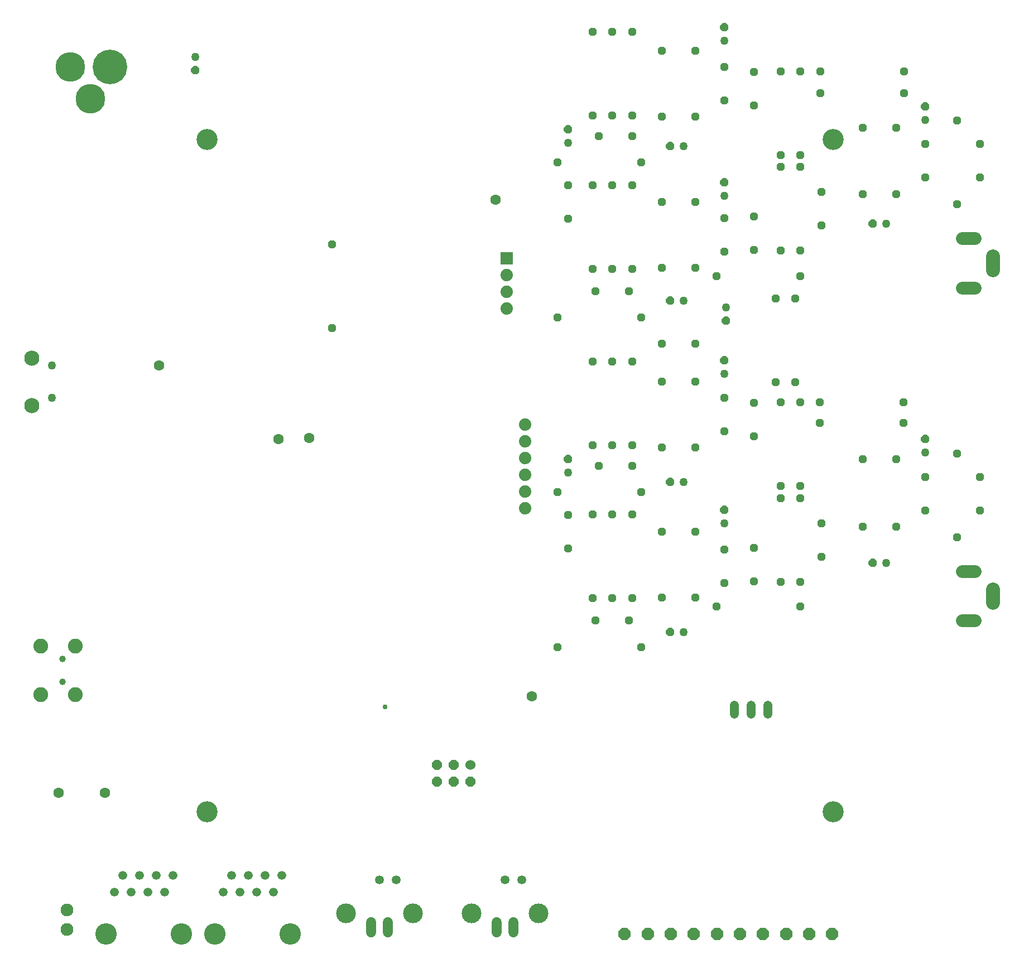
<source format=gbs>
G75*
%MOIN*%
%OFA0B0*%
%FSLAX24Y24*%
%IPPOS*%
%LPD*%
%AMOC8*
5,1,8,0,0,1.08239X$1,22.5*
%
%ADD10C,0.1260*%
%ADD11C,0.0531*%
%ADD12C,0.1181*%
%ADD13C,0.0394*%
%ADD14C,0.0886*%
%ADD15C,0.0600*%
%ADD16C,0.0630*%
%ADD17C,0.0525*%
%ADD18C,0.1280*%
%ADD19OC8,0.0709*%
%ADD20C,0.0540*%
%ADD21C,0.0760*%
%ADD22C,0.0600*%
%ADD23OC8,0.0600*%
%ADD24OC8,0.0480*%
%ADD25OC8,0.0500*%
%ADD26C,0.0500*%
%ADD27C,0.1772*%
%ADD28C,0.2067*%
%ADD29C,0.0740*%
%ADD30C,0.0827*%
%ADD31C,0.0768*%
%ADD32C,0.0906*%
%ADD33C,0.0502*%
%ADD34R,0.0740X0.0740*%
%ADD35C,0.0295*%
D10*
X011668Y019302D03*
X049070Y019302D03*
X049070Y059460D03*
X011668Y059460D03*
D11*
X021961Y015220D03*
X022961Y015220D03*
X029461Y015220D03*
X030461Y015220D03*
D12*
X031461Y013220D03*
X027461Y013220D03*
X023961Y013220D03*
X019961Y013220D03*
D13*
X003020Y027060D03*
X003020Y028438D03*
D14*
X003807Y029186D03*
X001720Y029186D03*
X001720Y026312D03*
X003807Y026312D03*
D15*
X021461Y012697D02*
X021461Y012097D01*
X022461Y012097D02*
X022461Y012697D01*
X028961Y012697D02*
X028961Y012097D01*
X029961Y012097D02*
X029961Y012697D01*
D16*
X031058Y026192D03*
X017770Y041645D03*
X015949Y041546D03*
X008814Y045976D03*
X028892Y055867D03*
X005551Y020427D03*
X002795Y020427D03*
D17*
X006625Y015480D03*
X007625Y015480D03*
X007125Y014480D03*
X008125Y014480D03*
X008625Y015480D03*
X009125Y014480D03*
X009625Y015480D03*
X012625Y014480D03*
X013125Y015480D03*
X013625Y014480D03*
X014625Y014480D03*
X014125Y015480D03*
X015125Y015480D03*
X015625Y014480D03*
X016125Y015480D03*
X006125Y014480D03*
D18*
X005625Y011980D03*
X010125Y011980D03*
X012125Y011980D03*
X016625Y011980D03*
D19*
X036615Y011999D03*
X037993Y011999D03*
X039371Y011999D03*
X040749Y011999D03*
X042126Y011999D03*
X043504Y011999D03*
X044882Y011999D03*
X046260Y011999D03*
X047638Y011999D03*
X049016Y011999D03*
D20*
X045180Y025127D02*
X045180Y025667D01*
X044180Y025667D02*
X044180Y025127D01*
X043180Y025127D02*
X043180Y025667D01*
D21*
X003287Y012263D03*
X003287Y013433D03*
D22*
X027416Y022112D03*
D23*
X026416Y022112D03*
X025416Y022112D03*
X025416Y021112D03*
X026416Y021112D03*
X027416Y021112D03*
D24*
X032593Y029145D03*
X034881Y030720D03*
X034699Y032058D03*
X035881Y032058D03*
X037062Y032058D03*
X036881Y030720D03*
X037593Y029145D03*
X038818Y032098D03*
X040818Y032098D03*
X042102Y031552D03*
X042573Y032968D03*
X044345Y033066D03*
X045920Y033043D03*
X047101Y033043D03*
X047102Y031552D03*
X048381Y034543D03*
X048381Y036543D03*
X047101Y038043D03*
X047101Y038751D03*
X045920Y038751D03*
X045920Y038043D03*
X044345Y035066D03*
X042573Y034968D03*
X040818Y036035D03*
X038818Y036035D03*
X037062Y037058D03*
X035881Y037058D03*
X034699Y037058D03*
X033223Y037035D03*
X032593Y038397D03*
X035077Y039972D03*
X034699Y041212D03*
X035881Y041212D03*
X037062Y041212D03*
X037077Y039972D03*
X037593Y038397D03*
X038818Y041054D03*
X040818Y041054D03*
X042573Y042023D03*
X042573Y044023D03*
X044345Y043728D03*
X045920Y043751D03*
X047101Y043751D03*
X048281Y043750D03*
X048281Y042531D03*
X046806Y044952D03*
X045625Y044952D03*
X044345Y041728D03*
X040818Y044991D03*
X038818Y044991D03*
X037062Y046212D03*
X035881Y046212D03*
X034699Y046212D03*
X032593Y048830D03*
X034881Y050405D03*
X034699Y051743D03*
X035881Y051743D03*
X037062Y051743D03*
X036881Y050405D03*
X037593Y048830D03*
X038818Y047255D03*
X040818Y047255D03*
X042100Y051311D03*
X040818Y051783D03*
X038818Y051783D03*
X038818Y055720D03*
X040818Y055720D03*
X042573Y054751D03*
X044345Y054850D03*
X044345Y052850D03*
X045920Y052826D03*
X047101Y052826D03*
X047100Y051311D03*
X046806Y049952D03*
X045625Y049952D03*
X042573Y052751D03*
X045920Y057826D03*
X045920Y058535D03*
X047101Y058535D03*
X047101Y057826D03*
X048381Y056326D03*
X048381Y054326D03*
X050825Y056212D03*
X052825Y056212D03*
X054581Y057180D03*
X054581Y059180D03*
X056451Y060582D03*
X057829Y059180D03*
X057829Y057180D03*
X056451Y055582D03*
X052825Y060149D03*
X050825Y060149D03*
X053291Y062216D03*
X053291Y063535D03*
X048291Y063535D03*
X047101Y063535D03*
X045920Y063535D03*
X044345Y063511D03*
X042573Y063806D03*
X042573Y061806D03*
X044345Y061511D03*
X040818Y060838D03*
X038818Y060838D03*
X037062Y060897D03*
X035881Y060897D03*
X034699Y060897D03*
X035077Y059657D03*
X037077Y059657D03*
X037593Y058082D03*
X037062Y056743D03*
X035881Y056743D03*
X034699Y056743D03*
X033223Y056720D03*
X032593Y058082D03*
X033223Y054720D03*
X038818Y064775D03*
X040818Y064775D03*
X037062Y065897D03*
X035881Y065897D03*
X034699Y065897D03*
X048291Y062216D03*
X053281Y043750D03*
X053281Y042531D03*
X052825Y040365D03*
X050825Y040365D03*
X054581Y039298D03*
X056451Y040700D03*
X057829Y039298D03*
X057829Y037298D03*
X056451Y035700D03*
X054581Y037298D03*
X052825Y036330D03*
X050825Y036330D03*
X033223Y035035D03*
X019148Y048200D03*
X019148Y053200D03*
D25*
X010979Y063587D03*
X033223Y060057D03*
X039319Y059066D03*
X042573Y056907D03*
X039319Y049814D03*
X042672Y048627D03*
X042573Y046277D03*
X039319Y038987D03*
X042573Y037320D03*
X039319Y030031D03*
X033223Y040372D03*
X051425Y034165D03*
X054581Y041553D03*
X051425Y054440D03*
X054581Y061435D03*
X042573Y066159D03*
D26*
X042573Y065359D03*
X040119Y059066D03*
X042573Y056107D03*
X040119Y049814D03*
X042672Y049427D03*
X042573Y045477D03*
X040119Y038987D03*
X042573Y036520D03*
X040119Y030031D03*
X033223Y039572D03*
X033223Y059257D03*
X052225Y054440D03*
X054581Y060635D03*
X054581Y040753D03*
X052225Y034165D03*
X010979Y064387D03*
D27*
X004699Y061881D03*
X003499Y063810D03*
D28*
X005861Y063810D03*
D29*
X029581Y051373D03*
X029581Y050373D03*
X029581Y049373D03*
X030664Y042413D03*
X030664Y041413D03*
X030664Y040413D03*
X030664Y039413D03*
X030664Y038413D03*
X030664Y037413D03*
D30*
X058617Y032609D02*
X058617Y031783D01*
X058617Y051665D02*
X058617Y052491D01*
D31*
X057544Y053554D02*
X056776Y053554D01*
X056776Y050602D02*
X057544Y050602D01*
X057544Y033672D02*
X056776Y033672D01*
X056776Y030720D02*
X057544Y030720D01*
D32*
X001211Y043574D03*
X001211Y046409D03*
D33*
X002392Y045946D03*
X002392Y044037D03*
D34*
X029581Y052373D03*
D35*
X022299Y025575D03*
M02*

</source>
